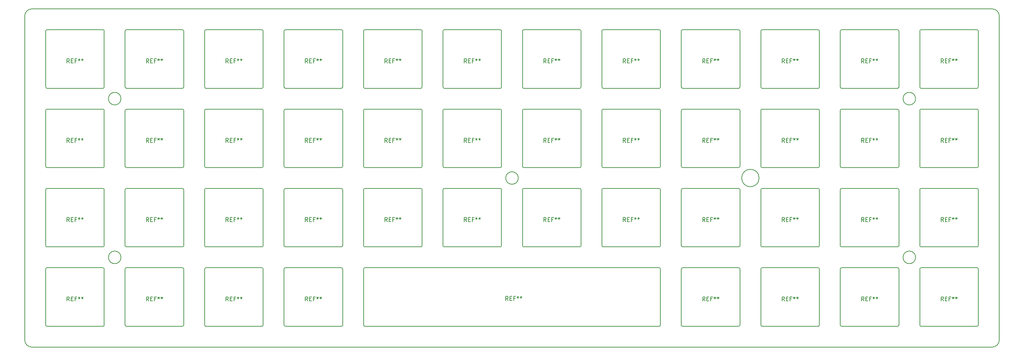
<source format=gbo>
G04 #@! TF.GenerationSoftware,KiCad,Pcbnew,5.0.1*
G04 #@! TF.CreationDate,2019-02-20T21:53:36-03:00*
G04 #@! TF.ProjectId,universal,756E6976657273616C2E6B696361645F,V3.0.7*
G04 #@! TF.SameCoordinates,Original*
G04 #@! TF.FileFunction,Legend,Bot*
G04 #@! TF.FilePolarity,Positive*
%FSLAX46Y46*%
G04 Gerber Fmt 4.6, Leading zero omitted, Abs format (unit mm)*
G04 Created by KiCad (PCBNEW 5.0.1) date Wed 20 Feb 2019 09:53:36 PM -03*
%MOMM*%
%LPD*%
G01*
G04 APERTURE LIST*
%ADD10C,0.150000*%
G04 #@! TA.AperFunction,NonConductor*
%ADD11C,0.150000*%
G04 #@! TD*
G04 APERTURE END LIST*
D10*
X207541125Y-102743000D02*
G75*
G03X207541125Y-102743000I-2078125J0D01*
G01*
X149963000Y-102743000D02*
G75*
G03X149963000Y-102743000I-1500000J0D01*
G01*
X244963000Y-83743000D02*
G75*
G03X244963000Y-83743000I-1500000J0D01*
G01*
X244963000Y-121743000D02*
G75*
G03X244963000Y-121743000I-1500000J0D01*
G01*
X54963000Y-121743000D02*
G75*
G03X54963000Y-121743000I-1500000J0D01*
G01*
X54963000Y-83743000D02*
G75*
G03X54963000Y-83743000I-1500000J0D01*
G01*
X31939170Y-64000682D02*
G75*
G02X33720426Y-62219426I1781256J0D01*
G01*
X31939170Y-64000682D02*
X31939170Y-141485318D01*
X33720426Y-143266574D02*
G75*
G02X31939170Y-141485318I0J1781256D01*
G01*
X264986830Y-141485318D02*
X264986830Y-64000682D01*
X264986830Y-141485318D02*
G75*
G02X263205574Y-143266574I-1781256J0D01*
G01*
X263205574Y-62219426D02*
G75*
G02X264986830Y-64000682I0J-1781256D01*
G01*
X33720426Y-143266574D02*
X263205574Y-143266574D01*
X33720426Y-62219426D02*
X263205574Y-62219426D01*
D11*
G04 #@! TO.C,REF\002A\002A*
X240663000Y-124243000D02*
X227263000Y-124243000D01*
X226963000Y-124543000D02*
X226963000Y-137943000D01*
X227263000Y-138243000D02*
X240663000Y-138243000D01*
X240963000Y-137943000D02*
X240963000Y-124543000D01*
X226963000Y-124543000D02*
G75*
G02X227263000Y-124243000I300000J0D01*
G01*
X240663000Y-124243000D02*
G75*
G02X240963000Y-124543000I0J-300000D01*
G01*
X240963000Y-137943000D02*
G75*
G02X240663000Y-138243000I-300000J0D01*
G01*
X227263000Y-138243000D02*
G75*
G02X226963000Y-137943000I0J300000D01*
G01*
X227263000Y-119243000D02*
G75*
G02X226963000Y-118943000I0J300000D01*
G01*
X240963000Y-118943000D02*
G75*
G02X240663000Y-119243000I-300000J0D01*
G01*
X240663000Y-105243000D02*
G75*
G02X240963000Y-105543000I0J-300000D01*
G01*
X226963000Y-105543000D02*
G75*
G02X227263000Y-105243000I300000J0D01*
G01*
X240963000Y-118943000D02*
X240963000Y-105543000D01*
X227263000Y-119243000D02*
X240663000Y-119243000D01*
X226963000Y-105543000D02*
X226963000Y-118943000D01*
X240663000Y-105243000D02*
X227263000Y-105243000D01*
X240663000Y-67243000D02*
X227263000Y-67243000D01*
X226963000Y-67543000D02*
X226963000Y-80943000D01*
X227263000Y-81243000D02*
X240663000Y-81243000D01*
X240963000Y-80943000D02*
X240963000Y-67543000D01*
X226963000Y-67543000D02*
G75*
G02X227263000Y-67243000I300000J0D01*
G01*
X240663000Y-67243000D02*
G75*
G02X240963000Y-67543000I0J-300000D01*
G01*
X240963000Y-80943000D02*
G75*
G02X240663000Y-81243000I-300000J0D01*
G01*
X227263000Y-81243000D02*
G75*
G02X226963000Y-80943000I0J300000D01*
G01*
X88663000Y-124243000D02*
X75263000Y-124243000D01*
X74963000Y-124543000D02*
X74963000Y-137943000D01*
X75263000Y-138243000D02*
X88663000Y-138243000D01*
X88963000Y-137943000D02*
X88963000Y-124543000D01*
X74963000Y-124543000D02*
G75*
G02X75263000Y-124243000I300000J0D01*
G01*
X88663000Y-124243000D02*
G75*
G02X88963000Y-124543000I0J-300000D01*
G01*
X88963000Y-137943000D02*
G75*
G02X88663000Y-138243000I-300000J0D01*
G01*
X75263000Y-138243000D02*
G75*
G02X74963000Y-137943000I0J300000D01*
G01*
X246263000Y-138243000D02*
G75*
G02X245963000Y-137943000I0J300000D01*
G01*
X259963000Y-137943000D02*
G75*
G02X259663000Y-138243000I-300000J0D01*
G01*
X259663000Y-124243000D02*
G75*
G02X259963000Y-124543000I0J-300000D01*
G01*
X245963000Y-124543000D02*
G75*
G02X246263000Y-124243000I300000J0D01*
G01*
X259963000Y-137943000D02*
X259963000Y-124543000D01*
X246263000Y-138243000D02*
X259663000Y-138243000D01*
X245963000Y-124543000D02*
X245963000Y-137943000D01*
X259663000Y-124243000D02*
X246263000Y-124243000D01*
X202663000Y-124243000D02*
X189263000Y-124243000D01*
X188963000Y-124543000D02*
X188963000Y-137943000D01*
X189263000Y-138243000D02*
X202663000Y-138243000D01*
X202963000Y-137943000D02*
X202963000Y-124543000D01*
X188963000Y-124543000D02*
G75*
G02X189263000Y-124243000I300000J0D01*
G01*
X202663000Y-124243000D02*
G75*
G02X202963000Y-124543000I0J-300000D01*
G01*
X202963000Y-137943000D02*
G75*
G02X202663000Y-138243000I-300000J0D01*
G01*
X189263000Y-138243000D02*
G75*
G02X188963000Y-137943000I0J300000D01*
G01*
X94263000Y-138243000D02*
G75*
G02X93963000Y-137943000I0J300000D01*
G01*
X107963000Y-137943000D02*
G75*
G02X107663000Y-138243000I-300000J0D01*
G01*
X107663000Y-124243000D02*
G75*
G02X107963000Y-124543000I0J-300000D01*
G01*
X93963000Y-124543000D02*
G75*
G02X94263000Y-124243000I300000J0D01*
G01*
X107963000Y-137943000D02*
X107963000Y-124543000D01*
X94263000Y-138243000D02*
X107663000Y-138243000D01*
X93963000Y-124543000D02*
X93963000Y-137943000D01*
X107663000Y-124243000D02*
X94263000Y-124243000D01*
X208263000Y-138243000D02*
G75*
G02X207963000Y-137943000I0J300000D01*
G01*
X221963000Y-137943000D02*
G75*
G02X221663000Y-138243000I-300000J0D01*
G01*
X221663000Y-124243000D02*
G75*
G02X221963000Y-124543000I0J-300000D01*
G01*
X207963000Y-124543000D02*
G75*
G02X208263000Y-124243000I300000J0D01*
G01*
X221963000Y-137943000D02*
X221963000Y-124543000D01*
X208263000Y-138243000D02*
X221663000Y-138243000D01*
X207963000Y-124543000D02*
X207963000Y-137943000D01*
X221663000Y-124243000D02*
X208263000Y-124243000D01*
X56263000Y-138243000D02*
G75*
G02X55963000Y-137943000I0J300000D01*
G01*
X69963000Y-137943000D02*
G75*
G02X69663000Y-138243000I-300000J0D01*
G01*
X69663000Y-124243000D02*
G75*
G02X69963000Y-124543000I0J-300000D01*
G01*
X55963000Y-124543000D02*
G75*
G02X56263000Y-124243000I300000J0D01*
G01*
X69963000Y-137943000D02*
X69963000Y-124543000D01*
X56263000Y-138243000D02*
X69663000Y-138243000D01*
X55963000Y-124543000D02*
X55963000Y-137943000D01*
X69663000Y-124243000D02*
X56263000Y-124243000D01*
X50663000Y-124243000D02*
X37263000Y-124243000D01*
X36963000Y-124543000D02*
X36963000Y-137943000D01*
X37263000Y-138243000D02*
X50663000Y-138243000D01*
X50963000Y-137943000D02*
X50963000Y-124543000D01*
X36963000Y-124543000D02*
G75*
G02X37263000Y-124243000I300000J0D01*
G01*
X50663000Y-124243000D02*
G75*
G02X50963000Y-124543000I0J-300000D01*
G01*
X50963000Y-137943000D02*
G75*
G02X50663000Y-138243000I-300000J0D01*
G01*
X37263000Y-138243000D02*
G75*
G02X36963000Y-137943000I0J300000D01*
G01*
X189263000Y-119243000D02*
G75*
G02X188963000Y-118943000I0J300000D01*
G01*
X202963000Y-118943000D02*
G75*
G02X202663000Y-119243000I-300000J0D01*
G01*
X202663000Y-105243000D02*
G75*
G02X202963000Y-105543000I0J-300000D01*
G01*
X188963000Y-105543000D02*
G75*
G02X189263000Y-105243000I300000J0D01*
G01*
X202963000Y-118943000D02*
X202963000Y-105543000D01*
X189263000Y-119243000D02*
X202663000Y-119243000D01*
X188963000Y-105543000D02*
X188963000Y-118943000D01*
X202663000Y-105243000D02*
X189263000Y-105243000D01*
X259663000Y-105243000D02*
X246263000Y-105243000D01*
X245963000Y-105543000D02*
X245963000Y-118943000D01*
X246263000Y-119243000D02*
X259663000Y-119243000D01*
X259963000Y-118943000D02*
X259963000Y-105543000D01*
X245963000Y-105543000D02*
G75*
G02X246263000Y-105243000I300000J0D01*
G01*
X259663000Y-105243000D02*
G75*
G02X259963000Y-105543000I0J-300000D01*
G01*
X259963000Y-118943000D02*
G75*
G02X259663000Y-119243000I-300000J0D01*
G01*
X246263000Y-119243000D02*
G75*
G02X245963000Y-118943000I0J300000D01*
G01*
X75263000Y-119243000D02*
G75*
G02X74963000Y-118943000I0J300000D01*
G01*
X88963000Y-118943000D02*
G75*
G02X88663000Y-119243000I-300000J0D01*
G01*
X88663000Y-105243000D02*
G75*
G02X88963000Y-105543000I0J-300000D01*
G01*
X74963000Y-105543000D02*
G75*
G02X75263000Y-105243000I300000J0D01*
G01*
X88963000Y-118943000D02*
X88963000Y-105543000D01*
X75263000Y-119243000D02*
X88663000Y-119243000D01*
X74963000Y-105543000D02*
X74963000Y-118943000D01*
X88663000Y-105243000D02*
X75263000Y-105243000D01*
X183663000Y-105243000D02*
X170263000Y-105243000D01*
X169963000Y-105543000D02*
X169963000Y-118943000D01*
X170263000Y-119243000D02*
X183663000Y-119243000D01*
X183963000Y-118943000D02*
X183963000Y-105543000D01*
X169963000Y-105543000D02*
G75*
G02X170263000Y-105243000I300000J0D01*
G01*
X183663000Y-105243000D02*
G75*
G02X183963000Y-105543000I0J-300000D01*
G01*
X183963000Y-118943000D02*
G75*
G02X183663000Y-119243000I-300000J0D01*
G01*
X170263000Y-119243000D02*
G75*
G02X169963000Y-118943000I0J300000D01*
G01*
X69663000Y-105243000D02*
X56263000Y-105243000D01*
X55963000Y-105543000D02*
X55963000Y-118943000D01*
X56263000Y-119243000D02*
X69663000Y-119243000D01*
X69963000Y-118943000D02*
X69963000Y-105543000D01*
X55963000Y-105543000D02*
G75*
G02X56263000Y-105243000I300000J0D01*
G01*
X69663000Y-105243000D02*
G75*
G02X69963000Y-105543000I0J-300000D01*
G01*
X69963000Y-118943000D02*
G75*
G02X69663000Y-119243000I-300000J0D01*
G01*
X56263000Y-119243000D02*
G75*
G02X55963000Y-118943000I0J300000D01*
G01*
X37263000Y-119243000D02*
G75*
G02X36963000Y-118943000I0J300000D01*
G01*
X50963000Y-118943000D02*
G75*
G02X50663000Y-119243000I-300000J0D01*
G01*
X50663000Y-105243000D02*
G75*
G02X50963000Y-105543000I0J-300000D01*
G01*
X36963000Y-105543000D02*
G75*
G02X37263000Y-105243000I300000J0D01*
G01*
X50963000Y-118943000D02*
X50963000Y-105543000D01*
X37263000Y-119243000D02*
X50663000Y-119243000D01*
X36963000Y-105543000D02*
X36963000Y-118943000D01*
X50663000Y-105243000D02*
X37263000Y-105243000D01*
X145663000Y-105243000D02*
X132263000Y-105243000D01*
X131963000Y-105543000D02*
X131963000Y-118943000D01*
X132263000Y-119243000D02*
X145663000Y-119243000D01*
X145963000Y-118943000D02*
X145963000Y-105543000D01*
X131963000Y-105543000D02*
G75*
G02X132263000Y-105243000I300000J0D01*
G01*
X145663000Y-105243000D02*
G75*
G02X145963000Y-105543000I0J-300000D01*
G01*
X145963000Y-118943000D02*
G75*
G02X145663000Y-119243000I-300000J0D01*
G01*
X132263000Y-119243000D02*
G75*
G02X131963000Y-118943000I0J300000D01*
G01*
X151263000Y-119243000D02*
G75*
G02X150963000Y-118943000I0J300000D01*
G01*
X164963000Y-118943000D02*
G75*
G02X164663000Y-119243000I-300000J0D01*
G01*
X164663000Y-105243000D02*
G75*
G02X164963000Y-105543000I0J-300000D01*
G01*
X150963000Y-105543000D02*
G75*
G02X151263000Y-105243000I300000J0D01*
G01*
X164963000Y-118943000D02*
X164963000Y-105543000D01*
X151263000Y-119243000D02*
X164663000Y-119243000D01*
X150963000Y-105543000D02*
X150963000Y-118943000D01*
X164663000Y-105243000D02*
X151263000Y-105243000D01*
X107663000Y-105243000D02*
X94263000Y-105243000D01*
X93963000Y-105543000D02*
X93963000Y-118943000D01*
X94263000Y-119243000D02*
X107663000Y-119243000D01*
X107963000Y-118943000D02*
X107963000Y-105543000D01*
X93963000Y-105543000D02*
G75*
G02X94263000Y-105243000I300000J0D01*
G01*
X107663000Y-105243000D02*
G75*
G02X107963000Y-105543000I0J-300000D01*
G01*
X107963000Y-118943000D02*
G75*
G02X107663000Y-119243000I-300000J0D01*
G01*
X94263000Y-119243000D02*
G75*
G02X93963000Y-118943000I0J300000D01*
G01*
X221663000Y-105243000D02*
X208263000Y-105243000D01*
X207963000Y-105543000D02*
X207963000Y-118943000D01*
X208263000Y-119243000D02*
X221663000Y-119243000D01*
X221963000Y-118943000D02*
X221963000Y-105543000D01*
X207963000Y-105543000D02*
G75*
G02X208263000Y-105243000I300000J0D01*
G01*
X221663000Y-105243000D02*
G75*
G02X221963000Y-105543000I0J-300000D01*
G01*
X221963000Y-118943000D02*
G75*
G02X221663000Y-119243000I-300000J0D01*
G01*
X208263000Y-119243000D02*
G75*
G02X207963000Y-118943000I0J300000D01*
G01*
X113263000Y-119243000D02*
G75*
G02X112963000Y-118943000I0J300000D01*
G01*
X126963000Y-118943000D02*
G75*
G02X126663000Y-119243000I-300000J0D01*
G01*
X126663000Y-105243000D02*
G75*
G02X126963000Y-105543000I0J-300000D01*
G01*
X112963000Y-105543000D02*
G75*
G02X113263000Y-105243000I300000J0D01*
G01*
X126963000Y-118943000D02*
X126963000Y-105543000D01*
X113263000Y-119243000D02*
X126663000Y-119243000D01*
X112963000Y-105543000D02*
X112963000Y-118943000D01*
X126663000Y-105243000D02*
X113263000Y-105243000D01*
X126663000Y-67243000D02*
X113263000Y-67243000D01*
X112963000Y-67543000D02*
X112963000Y-80943000D01*
X113263000Y-81243000D02*
X126663000Y-81243000D01*
X126963000Y-80943000D02*
X126963000Y-67543000D01*
X112963000Y-67543000D02*
G75*
G02X113263000Y-67243000I300000J0D01*
G01*
X126663000Y-67243000D02*
G75*
G02X126963000Y-67543000I0J-300000D01*
G01*
X126963000Y-80943000D02*
G75*
G02X126663000Y-81243000I-300000J0D01*
G01*
X113263000Y-81243000D02*
G75*
G02X112963000Y-80943000I0J300000D01*
G01*
X164663000Y-67243000D02*
X151263000Y-67243000D01*
X150963000Y-67543000D02*
X150963000Y-80943000D01*
X151263000Y-81243000D02*
X164663000Y-81243000D01*
X164963000Y-80943000D02*
X164963000Y-67543000D01*
X150963000Y-67543000D02*
G75*
G02X151263000Y-67243000I300000J0D01*
G01*
X164663000Y-67243000D02*
G75*
G02X164963000Y-67543000I0J-300000D01*
G01*
X164963000Y-80943000D02*
G75*
G02X164663000Y-81243000I-300000J0D01*
G01*
X151263000Y-81243000D02*
G75*
G02X150963000Y-80943000I0J300000D01*
G01*
X132263000Y-81243000D02*
G75*
G02X131963000Y-80943000I0J300000D01*
G01*
X145963000Y-80943000D02*
G75*
G02X145663000Y-81243000I-300000J0D01*
G01*
X145663000Y-67243000D02*
G75*
G02X145963000Y-67543000I0J-300000D01*
G01*
X131963000Y-67543000D02*
G75*
G02X132263000Y-67243000I300000J0D01*
G01*
X145963000Y-80943000D02*
X145963000Y-67543000D01*
X132263000Y-81243000D02*
X145663000Y-81243000D01*
X131963000Y-67543000D02*
X131963000Y-80943000D01*
X145663000Y-67243000D02*
X132263000Y-67243000D01*
X94263000Y-81243000D02*
G75*
G02X93963000Y-80943000I0J300000D01*
G01*
X107963000Y-80943000D02*
G75*
G02X107663000Y-81243000I-300000J0D01*
G01*
X107663000Y-67243000D02*
G75*
G02X107963000Y-67543000I0J-300000D01*
G01*
X93963000Y-67543000D02*
G75*
G02X94263000Y-67243000I300000J0D01*
G01*
X107963000Y-80943000D02*
X107963000Y-67543000D01*
X94263000Y-81243000D02*
X107663000Y-81243000D01*
X93963000Y-67543000D02*
X93963000Y-80943000D01*
X107663000Y-67243000D02*
X94263000Y-67243000D01*
X202663000Y-67243000D02*
X189263000Y-67243000D01*
X188963000Y-67543000D02*
X188963000Y-80943000D01*
X189263000Y-81243000D02*
X202663000Y-81243000D01*
X202963000Y-80943000D02*
X202963000Y-67543000D01*
X188963000Y-67543000D02*
G75*
G02X189263000Y-67243000I300000J0D01*
G01*
X202663000Y-67243000D02*
G75*
G02X202963000Y-67543000I0J-300000D01*
G01*
X202963000Y-80943000D02*
G75*
G02X202663000Y-81243000I-300000J0D01*
G01*
X189263000Y-81243000D02*
G75*
G02X188963000Y-80943000I0J300000D01*
G01*
X170263000Y-81243000D02*
G75*
G02X169963000Y-80943000I0J300000D01*
G01*
X183963000Y-80943000D02*
G75*
G02X183663000Y-81243000I-300000J0D01*
G01*
X183663000Y-67243000D02*
G75*
G02X183963000Y-67543000I0J-300000D01*
G01*
X169963000Y-67543000D02*
G75*
G02X170263000Y-67243000I300000J0D01*
G01*
X183963000Y-80943000D02*
X183963000Y-67543000D01*
X170263000Y-81243000D02*
X183663000Y-81243000D01*
X169963000Y-67543000D02*
X169963000Y-80943000D01*
X183663000Y-67243000D02*
X170263000Y-67243000D01*
X246263000Y-81243000D02*
G75*
G02X245963000Y-80943000I0J300000D01*
G01*
X259963000Y-80943000D02*
G75*
G02X259663000Y-81243000I-300000J0D01*
G01*
X259663000Y-67243000D02*
G75*
G02X259963000Y-67543000I0J-300000D01*
G01*
X245963000Y-67543000D02*
G75*
G02X246263000Y-67243000I300000J0D01*
G01*
X259963000Y-80943000D02*
X259963000Y-67543000D01*
X246263000Y-81243000D02*
X259663000Y-81243000D01*
X245963000Y-67543000D02*
X245963000Y-80943000D01*
X259663000Y-67243000D02*
X246263000Y-67243000D01*
X88663000Y-67243000D02*
X75263000Y-67243000D01*
X74963000Y-67543000D02*
X74963000Y-80943000D01*
X75263000Y-81243000D02*
X88663000Y-81243000D01*
X88963000Y-80943000D02*
X88963000Y-67543000D01*
X74963000Y-67543000D02*
G75*
G02X75263000Y-67243000I300000J0D01*
G01*
X88663000Y-67243000D02*
G75*
G02X88963000Y-67543000I0J-300000D01*
G01*
X88963000Y-80943000D02*
G75*
G02X88663000Y-81243000I-300000J0D01*
G01*
X75263000Y-81243000D02*
G75*
G02X74963000Y-80943000I0J300000D01*
G01*
X56263000Y-81243000D02*
G75*
G02X55963000Y-80943000I0J300000D01*
G01*
X69963000Y-80943000D02*
G75*
G02X69663000Y-81243000I-300000J0D01*
G01*
X69663000Y-67243000D02*
G75*
G02X69963000Y-67543000I0J-300000D01*
G01*
X55963000Y-67543000D02*
G75*
G02X56263000Y-67243000I300000J0D01*
G01*
X69963000Y-80943000D02*
X69963000Y-67543000D01*
X56263000Y-81243000D02*
X69663000Y-81243000D01*
X55963000Y-67543000D02*
X55963000Y-80943000D01*
X69663000Y-67243000D02*
X56263000Y-67243000D01*
X208263000Y-81243000D02*
G75*
G02X207963000Y-80943000I0J300000D01*
G01*
X221963000Y-80943000D02*
G75*
G02X221663000Y-81243000I-300000J0D01*
G01*
X221663000Y-67243000D02*
G75*
G02X221963000Y-67543000I0J-300000D01*
G01*
X207963000Y-67543000D02*
G75*
G02X208263000Y-67243000I300000J0D01*
G01*
X221963000Y-80943000D02*
X221963000Y-67543000D01*
X208263000Y-81243000D02*
X221663000Y-81243000D01*
X207963000Y-67543000D02*
X207963000Y-80943000D01*
X221663000Y-67243000D02*
X208263000Y-67243000D01*
X50663000Y-67243000D02*
X37263000Y-67243000D01*
X36963000Y-67543000D02*
X36963000Y-80943000D01*
X37263000Y-81243000D02*
X50663000Y-81243000D01*
X50963000Y-80943000D02*
X50963000Y-67543000D01*
X36963000Y-67543000D02*
G75*
G02X37263000Y-67243000I300000J0D01*
G01*
X50663000Y-67243000D02*
G75*
G02X50963000Y-67543000I0J-300000D01*
G01*
X50963000Y-80943000D02*
G75*
G02X50663000Y-81243000I-300000J0D01*
G01*
X37263000Y-81243000D02*
G75*
G02X36963000Y-80943000I0J300000D01*
G01*
X259663000Y-86243000D02*
X246263000Y-86243000D01*
X245963000Y-86543000D02*
X245963000Y-99943000D01*
X246263000Y-100243000D02*
X259663000Y-100243000D01*
X259963000Y-99943000D02*
X259963000Y-86543000D01*
X245963000Y-86543000D02*
G75*
G02X246263000Y-86243000I300000J0D01*
G01*
X259663000Y-86243000D02*
G75*
G02X259963000Y-86543000I0J-300000D01*
G01*
X259963000Y-99943000D02*
G75*
G02X259663000Y-100243000I-300000J0D01*
G01*
X246263000Y-100243000D02*
G75*
G02X245963000Y-99943000I0J300000D01*
G01*
X227263000Y-100243000D02*
G75*
G02X226963000Y-99943000I0J300000D01*
G01*
X240963000Y-99943000D02*
G75*
G02X240663000Y-100243000I-300000J0D01*
G01*
X240663000Y-86243000D02*
G75*
G02X240963000Y-86543000I0J-300000D01*
G01*
X226963000Y-86543000D02*
G75*
G02X227263000Y-86243000I300000J0D01*
G01*
X240963000Y-99943000D02*
X240963000Y-86543000D01*
X227263000Y-100243000D02*
X240663000Y-100243000D01*
X226963000Y-86543000D02*
X226963000Y-99943000D01*
X240663000Y-86243000D02*
X227263000Y-86243000D01*
X221663000Y-86243000D02*
X208263000Y-86243000D01*
X207963000Y-86543000D02*
X207963000Y-99943000D01*
X208263000Y-100243000D02*
X221663000Y-100243000D01*
X221963000Y-99943000D02*
X221963000Y-86543000D01*
X207963000Y-86543000D02*
G75*
G02X208263000Y-86243000I300000J0D01*
G01*
X221663000Y-86243000D02*
G75*
G02X221963000Y-86543000I0J-300000D01*
G01*
X221963000Y-99943000D02*
G75*
G02X221663000Y-100243000I-300000J0D01*
G01*
X208263000Y-100243000D02*
G75*
G02X207963000Y-99943000I0J300000D01*
G01*
X189263000Y-100243000D02*
G75*
G02X188963000Y-99943000I0J300000D01*
G01*
X202963000Y-99943000D02*
G75*
G02X202663000Y-100243000I-300000J0D01*
G01*
X202663000Y-86243000D02*
G75*
G02X202963000Y-86543000I0J-300000D01*
G01*
X188963000Y-86543000D02*
G75*
G02X189263000Y-86243000I300000J0D01*
G01*
X202963000Y-99943000D02*
X202963000Y-86543000D01*
X189263000Y-100243000D02*
X202663000Y-100243000D01*
X188963000Y-86543000D02*
X188963000Y-99943000D01*
X202663000Y-86243000D02*
X189263000Y-86243000D01*
X183663000Y-86243000D02*
X170263000Y-86243000D01*
X169963000Y-86543000D02*
X169963000Y-99943000D01*
X170263000Y-100243000D02*
X183663000Y-100243000D01*
X183963000Y-99943000D02*
X183963000Y-86543000D01*
X169963000Y-86543000D02*
G75*
G02X170263000Y-86243000I300000J0D01*
G01*
X183663000Y-86243000D02*
G75*
G02X183963000Y-86543000I0J-300000D01*
G01*
X183963000Y-99943000D02*
G75*
G02X183663000Y-100243000I-300000J0D01*
G01*
X170263000Y-100243000D02*
G75*
G02X169963000Y-99943000I0J300000D01*
G01*
X37263000Y-100243000D02*
G75*
G02X36963000Y-99943000I0J300000D01*
G01*
X50963000Y-99943000D02*
G75*
G02X50663000Y-100243000I-300000J0D01*
G01*
X50663000Y-86243000D02*
G75*
G02X50963000Y-86543000I0J-300000D01*
G01*
X36963000Y-86543000D02*
G75*
G02X37263000Y-86243000I300000J0D01*
G01*
X50963000Y-99943000D02*
X50963000Y-86543000D01*
X37263000Y-100243000D02*
X50663000Y-100243000D01*
X36963000Y-86543000D02*
X36963000Y-99943000D01*
X50663000Y-86243000D02*
X37263000Y-86243000D01*
X69663000Y-86243000D02*
X56263000Y-86243000D01*
X55963000Y-86543000D02*
X55963000Y-99943000D01*
X56263000Y-100243000D02*
X69663000Y-100243000D01*
X69963000Y-99943000D02*
X69963000Y-86543000D01*
X55963000Y-86543000D02*
G75*
G02X56263000Y-86243000I300000J0D01*
G01*
X69663000Y-86243000D02*
G75*
G02X69963000Y-86543000I0J-300000D01*
G01*
X69963000Y-99943000D02*
G75*
G02X69663000Y-100243000I-300000J0D01*
G01*
X56263000Y-100243000D02*
G75*
G02X55963000Y-99943000I0J300000D01*
G01*
X75263000Y-100243000D02*
G75*
G02X74963000Y-99943000I0J300000D01*
G01*
X88963000Y-99943000D02*
G75*
G02X88663000Y-100243000I-300000J0D01*
G01*
X88663000Y-86243000D02*
G75*
G02X88963000Y-86543000I0J-300000D01*
G01*
X74963000Y-86543000D02*
G75*
G02X75263000Y-86243000I300000J0D01*
G01*
X88963000Y-99943000D02*
X88963000Y-86543000D01*
X75263000Y-100243000D02*
X88663000Y-100243000D01*
X74963000Y-86543000D02*
X74963000Y-99943000D01*
X88663000Y-86243000D02*
X75263000Y-86243000D01*
X107663000Y-86243000D02*
X94263000Y-86243000D01*
X93963000Y-86543000D02*
X93963000Y-99943000D01*
X94263000Y-100243000D02*
X107663000Y-100243000D01*
X107963000Y-99943000D02*
X107963000Y-86543000D01*
X93963000Y-86543000D02*
G75*
G02X94263000Y-86243000I300000J0D01*
G01*
X107663000Y-86243000D02*
G75*
G02X107963000Y-86543000I0J-300000D01*
G01*
X107963000Y-99943000D02*
G75*
G02X107663000Y-100243000I-300000J0D01*
G01*
X94263000Y-100243000D02*
G75*
G02X93963000Y-99943000I0J300000D01*
G01*
X113263000Y-100243000D02*
G75*
G02X112963000Y-99943000I0J300000D01*
G01*
X126963000Y-99943000D02*
G75*
G02X126663000Y-100243000I-300000J0D01*
G01*
X126663000Y-86243000D02*
G75*
G02X126963000Y-86543000I0J-300000D01*
G01*
X112963000Y-86543000D02*
G75*
G02X113263000Y-86243000I300000J0D01*
G01*
X126963000Y-99943000D02*
X126963000Y-86543000D01*
X113263000Y-100243000D02*
X126663000Y-100243000D01*
X112963000Y-86543000D02*
X112963000Y-99943000D01*
X126663000Y-86243000D02*
X113263000Y-86243000D01*
X145663000Y-86243000D02*
X132263000Y-86243000D01*
X131963000Y-86543000D02*
X131963000Y-99943000D01*
X132263000Y-100243000D02*
X145663000Y-100243000D01*
X145963000Y-99943000D02*
X145963000Y-86543000D01*
X131963000Y-86543000D02*
G75*
G02X132263000Y-86243000I300000J0D01*
G01*
X145663000Y-86243000D02*
G75*
G02X145963000Y-86543000I0J-300000D01*
G01*
X145963000Y-99943000D02*
G75*
G02X145663000Y-100243000I-300000J0D01*
G01*
X132263000Y-100243000D02*
G75*
G02X131963000Y-99943000I0J300000D01*
G01*
X151263000Y-100243000D02*
G75*
G02X150963000Y-99943000I0J300000D01*
G01*
X164963000Y-99943000D02*
G75*
G02X164663000Y-100243000I-300000J0D01*
G01*
X164663000Y-86243000D02*
G75*
G02X164963000Y-86543000I0J-300000D01*
G01*
X150963000Y-86543000D02*
G75*
G02X151263000Y-86243000I300000J0D01*
G01*
X164963000Y-99943000D02*
X164963000Y-86543000D01*
X151263000Y-100243000D02*
X164663000Y-100243000D01*
X150963000Y-86543000D02*
X150963000Y-99943000D01*
X164663000Y-86243000D02*
X151263000Y-86243000D01*
X183663000Y-138243000D02*
X113263000Y-138243000D01*
X183963000Y-137943000D02*
G75*
G02X183663000Y-138243000I-300000J0D01*
G01*
X183663000Y-124243000D02*
G75*
G02X183963000Y-124543000I0J-300000D01*
G01*
X183963000Y-137943000D02*
X183963000Y-124543000D01*
X183663000Y-124243000D02*
X113263000Y-124243000D01*
X113263000Y-138243000D02*
G75*
G02X112963000Y-137943000I0J300000D01*
G01*
X112963000Y-124543000D02*
X112963000Y-137943000D01*
X112963000Y-124543000D02*
G75*
G02X113263000Y-124243000I300000J0D01*
G01*
G04 #@! TD*
G04 #@! TO.C,REF\002A\002A*
D10*
X232629666Y-132195380D02*
X232296333Y-131719190D01*
X232058238Y-132195380D02*
X232058238Y-131195380D01*
X232439190Y-131195380D01*
X232534428Y-131243000D01*
X232582047Y-131290619D01*
X232629666Y-131385857D01*
X232629666Y-131528714D01*
X232582047Y-131623952D01*
X232534428Y-131671571D01*
X232439190Y-131719190D01*
X232058238Y-131719190D01*
X233058238Y-131671571D02*
X233391571Y-131671571D01*
X233534428Y-132195380D02*
X233058238Y-132195380D01*
X233058238Y-131195380D01*
X233534428Y-131195380D01*
X234296333Y-131671571D02*
X233963000Y-131671571D01*
X233963000Y-132195380D02*
X233963000Y-131195380D01*
X234439190Y-131195380D01*
X234963000Y-131195380D02*
X234963000Y-131433476D01*
X234724904Y-131338238D02*
X234963000Y-131433476D01*
X235201095Y-131338238D01*
X234820142Y-131623952D02*
X234963000Y-131433476D01*
X235105857Y-131623952D01*
X235724904Y-131195380D02*
X235724904Y-131433476D01*
X235486809Y-131338238D02*
X235724904Y-131433476D01*
X235963000Y-131338238D01*
X235582047Y-131623952D02*
X235724904Y-131433476D01*
X235867761Y-131623952D01*
X232629666Y-113195380D02*
X232296333Y-112719190D01*
X232058238Y-113195380D02*
X232058238Y-112195380D01*
X232439190Y-112195380D01*
X232534428Y-112243000D01*
X232582047Y-112290619D01*
X232629666Y-112385857D01*
X232629666Y-112528714D01*
X232582047Y-112623952D01*
X232534428Y-112671571D01*
X232439190Y-112719190D01*
X232058238Y-112719190D01*
X233058238Y-112671571D02*
X233391571Y-112671571D01*
X233534428Y-113195380D02*
X233058238Y-113195380D01*
X233058238Y-112195380D01*
X233534428Y-112195380D01*
X234296333Y-112671571D02*
X233963000Y-112671571D01*
X233963000Y-113195380D02*
X233963000Y-112195380D01*
X234439190Y-112195380D01*
X234963000Y-112195380D02*
X234963000Y-112433476D01*
X234724904Y-112338238D02*
X234963000Y-112433476D01*
X235201095Y-112338238D01*
X234820142Y-112623952D02*
X234963000Y-112433476D01*
X235105857Y-112623952D01*
X235724904Y-112195380D02*
X235724904Y-112433476D01*
X235486809Y-112338238D02*
X235724904Y-112433476D01*
X235963000Y-112338238D01*
X235582047Y-112623952D02*
X235724904Y-112433476D01*
X235867761Y-112623952D01*
X232629666Y-75195380D02*
X232296333Y-74719190D01*
X232058238Y-75195380D02*
X232058238Y-74195380D01*
X232439190Y-74195380D01*
X232534428Y-74243000D01*
X232582047Y-74290619D01*
X232629666Y-74385857D01*
X232629666Y-74528714D01*
X232582047Y-74623952D01*
X232534428Y-74671571D01*
X232439190Y-74719190D01*
X232058238Y-74719190D01*
X233058238Y-74671571D02*
X233391571Y-74671571D01*
X233534428Y-75195380D02*
X233058238Y-75195380D01*
X233058238Y-74195380D01*
X233534428Y-74195380D01*
X234296333Y-74671571D02*
X233963000Y-74671571D01*
X233963000Y-75195380D02*
X233963000Y-74195380D01*
X234439190Y-74195380D01*
X234963000Y-74195380D02*
X234963000Y-74433476D01*
X234724904Y-74338238D02*
X234963000Y-74433476D01*
X235201095Y-74338238D01*
X234820142Y-74623952D02*
X234963000Y-74433476D01*
X235105857Y-74623952D01*
X235724904Y-74195380D02*
X235724904Y-74433476D01*
X235486809Y-74338238D02*
X235724904Y-74433476D01*
X235963000Y-74338238D01*
X235582047Y-74623952D02*
X235724904Y-74433476D01*
X235867761Y-74623952D01*
X80629666Y-132195380D02*
X80296333Y-131719190D01*
X80058238Y-132195380D02*
X80058238Y-131195380D01*
X80439190Y-131195380D01*
X80534428Y-131243000D01*
X80582047Y-131290619D01*
X80629666Y-131385857D01*
X80629666Y-131528714D01*
X80582047Y-131623952D01*
X80534428Y-131671571D01*
X80439190Y-131719190D01*
X80058238Y-131719190D01*
X81058238Y-131671571D02*
X81391571Y-131671571D01*
X81534428Y-132195380D02*
X81058238Y-132195380D01*
X81058238Y-131195380D01*
X81534428Y-131195380D01*
X82296333Y-131671571D02*
X81963000Y-131671571D01*
X81963000Y-132195380D02*
X81963000Y-131195380D01*
X82439190Y-131195380D01*
X82963000Y-131195380D02*
X82963000Y-131433476D01*
X82724904Y-131338238D02*
X82963000Y-131433476D01*
X83201095Y-131338238D01*
X82820142Y-131623952D02*
X82963000Y-131433476D01*
X83105857Y-131623952D01*
X83724904Y-131195380D02*
X83724904Y-131433476D01*
X83486809Y-131338238D02*
X83724904Y-131433476D01*
X83963000Y-131338238D01*
X83582047Y-131623952D02*
X83724904Y-131433476D01*
X83867761Y-131623952D01*
X251629666Y-132195380D02*
X251296333Y-131719190D01*
X251058238Y-132195380D02*
X251058238Y-131195380D01*
X251439190Y-131195380D01*
X251534428Y-131243000D01*
X251582047Y-131290619D01*
X251629666Y-131385857D01*
X251629666Y-131528714D01*
X251582047Y-131623952D01*
X251534428Y-131671571D01*
X251439190Y-131719190D01*
X251058238Y-131719190D01*
X252058238Y-131671571D02*
X252391571Y-131671571D01*
X252534428Y-132195380D02*
X252058238Y-132195380D01*
X252058238Y-131195380D01*
X252534428Y-131195380D01*
X253296333Y-131671571D02*
X252963000Y-131671571D01*
X252963000Y-132195380D02*
X252963000Y-131195380D01*
X253439190Y-131195380D01*
X253963000Y-131195380D02*
X253963000Y-131433476D01*
X253724904Y-131338238D02*
X253963000Y-131433476D01*
X254201095Y-131338238D01*
X253820142Y-131623952D02*
X253963000Y-131433476D01*
X254105857Y-131623952D01*
X254724904Y-131195380D02*
X254724904Y-131433476D01*
X254486809Y-131338238D02*
X254724904Y-131433476D01*
X254963000Y-131338238D01*
X254582047Y-131623952D02*
X254724904Y-131433476D01*
X254867761Y-131623952D01*
X194629666Y-132195380D02*
X194296333Y-131719190D01*
X194058238Y-132195380D02*
X194058238Y-131195380D01*
X194439190Y-131195380D01*
X194534428Y-131243000D01*
X194582047Y-131290619D01*
X194629666Y-131385857D01*
X194629666Y-131528714D01*
X194582047Y-131623952D01*
X194534428Y-131671571D01*
X194439190Y-131719190D01*
X194058238Y-131719190D01*
X195058238Y-131671571D02*
X195391571Y-131671571D01*
X195534428Y-132195380D02*
X195058238Y-132195380D01*
X195058238Y-131195380D01*
X195534428Y-131195380D01*
X196296333Y-131671571D02*
X195963000Y-131671571D01*
X195963000Y-132195380D02*
X195963000Y-131195380D01*
X196439190Y-131195380D01*
X196963000Y-131195380D02*
X196963000Y-131433476D01*
X196724904Y-131338238D02*
X196963000Y-131433476D01*
X197201095Y-131338238D01*
X196820142Y-131623952D02*
X196963000Y-131433476D01*
X197105857Y-131623952D01*
X197724904Y-131195380D02*
X197724904Y-131433476D01*
X197486809Y-131338238D02*
X197724904Y-131433476D01*
X197963000Y-131338238D01*
X197582047Y-131623952D02*
X197724904Y-131433476D01*
X197867761Y-131623952D01*
X99629666Y-132195380D02*
X99296333Y-131719190D01*
X99058238Y-132195380D02*
X99058238Y-131195380D01*
X99439190Y-131195380D01*
X99534428Y-131243000D01*
X99582047Y-131290619D01*
X99629666Y-131385857D01*
X99629666Y-131528714D01*
X99582047Y-131623952D01*
X99534428Y-131671571D01*
X99439190Y-131719190D01*
X99058238Y-131719190D01*
X100058238Y-131671571D02*
X100391571Y-131671571D01*
X100534428Y-132195380D02*
X100058238Y-132195380D01*
X100058238Y-131195380D01*
X100534428Y-131195380D01*
X101296333Y-131671571D02*
X100963000Y-131671571D01*
X100963000Y-132195380D02*
X100963000Y-131195380D01*
X101439190Y-131195380D01*
X101963000Y-131195380D02*
X101963000Y-131433476D01*
X101724904Y-131338238D02*
X101963000Y-131433476D01*
X102201095Y-131338238D01*
X101820142Y-131623952D02*
X101963000Y-131433476D01*
X102105857Y-131623952D01*
X102724904Y-131195380D02*
X102724904Y-131433476D01*
X102486809Y-131338238D02*
X102724904Y-131433476D01*
X102963000Y-131338238D01*
X102582047Y-131623952D02*
X102724904Y-131433476D01*
X102867761Y-131623952D01*
X213629666Y-132195380D02*
X213296333Y-131719190D01*
X213058238Y-132195380D02*
X213058238Y-131195380D01*
X213439190Y-131195380D01*
X213534428Y-131243000D01*
X213582047Y-131290619D01*
X213629666Y-131385857D01*
X213629666Y-131528714D01*
X213582047Y-131623952D01*
X213534428Y-131671571D01*
X213439190Y-131719190D01*
X213058238Y-131719190D01*
X214058238Y-131671571D02*
X214391571Y-131671571D01*
X214534428Y-132195380D02*
X214058238Y-132195380D01*
X214058238Y-131195380D01*
X214534428Y-131195380D01*
X215296333Y-131671571D02*
X214963000Y-131671571D01*
X214963000Y-132195380D02*
X214963000Y-131195380D01*
X215439190Y-131195380D01*
X215963000Y-131195380D02*
X215963000Y-131433476D01*
X215724904Y-131338238D02*
X215963000Y-131433476D01*
X216201095Y-131338238D01*
X215820142Y-131623952D02*
X215963000Y-131433476D01*
X216105857Y-131623952D01*
X216724904Y-131195380D02*
X216724904Y-131433476D01*
X216486809Y-131338238D02*
X216724904Y-131433476D01*
X216963000Y-131338238D01*
X216582047Y-131623952D02*
X216724904Y-131433476D01*
X216867761Y-131623952D01*
X61629666Y-132195380D02*
X61296333Y-131719190D01*
X61058238Y-132195380D02*
X61058238Y-131195380D01*
X61439190Y-131195380D01*
X61534428Y-131243000D01*
X61582047Y-131290619D01*
X61629666Y-131385857D01*
X61629666Y-131528714D01*
X61582047Y-131623952D01*
X61534428Y-131671571D01*
X61439190Y-131719190D01*
X61058238Y-131719190D01*
X62058238Y-131671571D02*
X62391571Y-131671571D01*
X62534428Y-132195380D02*
X62058238Y-132195380D01*
X62058238Y-131195380D01*
X62534428Y-131195380D01*
X63296333Y-131671571D02*
X62963000Y-131671571D01*
X62963000Y-132195380D02*
X62963000Y-131195380D01*
X63439190Y-131195380D01*
X63963000Y-131195380D02*
X63963000Y-131433476D01*
X63724904Y-131338238D02*
X63963000Y-131433476D01*
X64201095Y-131338238D01*
X63820142Y-131623952D02*
X63963000Y-131433476D01*
X64105857Y-131623952D01*
X64724904Y-131195380D02*
X64724904Y-131433476D01*
X64486809Y-131338238D02*
X64724904Y-131433476D01*
X64963000Y-131338238D01*
X64582047Y-131623952D02*
X64724904Y-131433476D01*
X64867761Y-131623952D01*
X42629666Y-132195380D02*
X42296333Y-131719190D01*
X42058238Y-132195380D02*
X42058238Y-131195380D01*
X42439190Y-131195380D01*
X42534428Y-131243000D01*
X42582047Y-131290619D01*
X42629666Y-131385857D01*
X42629666Y-131528714D01*
X42582047Y-131623952D01*
X42534428Y-131671571D01*
X42439190Y-131719190D01*
X42058238Y-131719190D01*
X43058238Y-131671571D02*
X43391571Y-131671571D01*
X43534428Y-132195380D02*
X43058238Y-132195380D01*
X43058238Y-131195380D01*
X43534428Y-131195380D01*
X44296333Y-131671571D02*
X43963000Y-131671571D01*
X43963000Y-132195380D02*
X43963000Y-131195380D01*
X44439190Y-131195380D01*
X44963000Y-131195380D02*
X44963000Y-131433476D01*
X44724904Y-131338238D02*
X44963000Y-131433476D01*
X45201095Y-131338238D01*
X44820142Y-131623952D02*
X44963000Y-131433476D01*
X45105857Y-131623952D01*
X45724904Y-131195380D02*
X45724904Y-131433476D01*
X45486809Y-131338238D02*
X45724904Y-131433476D01*
X45963000Y-131338238D01*
X45582047Y-131623952D02*
X45724904Y-131433476D01*
X45867761Y-131623952D01*
X194629666Y-113195380D02*
X194296333Y-112719190D01*
X194058238Y-113195380D02*
X194058238Y-112195380D01*
X194439190Y-112195380D01*
X194534428Y-112243000D01*
X194582047Y-112290619D01*
X194629666Y-112385857D01*
X194629666Y-112528714D01*
X194582047Y-112623952D01*
X194534428Y-112671571D01*
X194439190Y-112719190D01*
X194058238Y-112719190D01*
X195058238Y-112671571D02*
X195391571Y-112671571D01*
X195534428Y-113195380D02*
X195058238Y-113195380D01*
X195058238Y-112195380D01*
X195534428Y-112195380D01*
X196296333Y-112671571D02*
X195963000Y-112671571D01*
X195963000Y-113195380D02*
X195963000Y-112195380D01*
X196439190Y-112195380D01*
X196963000Y-112195380D02*
X196963000Y-112433476D01*
X196724904Y-112338238D02*
X196963000Y-112433476D01*
X197201095Y-112338238D01*
X196820142Y-112623952D02*
X196963000Y-112433476D01*
X197105857Y-112623952D01*
X197724904Y-112195380D02*
X197724904Y-112433476D01*
X197486809Y-112338238D02*
X197724904Y-112433476D01*
X197963000Y-112338238D01*
X197582047Y-112623952D02*
X197724904Y-112433476D01*
X197867761Y-112623952D01*
X251629666Y-113195380D02*
X251296333Y-112719190D01*
X251058238Y-113195380D02*
X251058238Y-112195380D01*
X251439190Y-112195380D01*
X251534428Y-112243000D01*
X251582047Y-112290619D01*
X251629666Y-112385857D01*
X251629666Y-112528714D01*
X251582047Y-112623952D01*
X251534428Y-112671571D01*
X251439190Y-112719190D01*
X251058238Y-112719190D01*
X252058238Y-112671571D02*
X252391571Y-112671571D01*
X252534428Y-113195380D02*
X252058238Y-113195380D01*
X252058238Y-112195380D01*
X252534428Y-112195380D01*
X253296333Y-112671571D02*
X252963000Y-112671571D01*
X252963000Y-113195380D02*
X252963000Y-112195380D01*
X253439190Y-112195380D01*
X253963000Y-112195380D02*
X253963000Y-112433476D01*
X253724904Y-112338238D02*
X253963000Y-112433476D01*
X254201095Y-112338238D01*
X253820142Y-112623952D02*
X253963000Y-112433476D01*
X254105857Y-112623952D01*
X254724904Y-112195380D02*
X254724904Y-112433476D01*
X254486809Y-112338238D02*
X254724904Y-112433476D01*
X254963000Y-112338238D01*
X254582047Y-112623952D02*
X254724904Y-112433476D01*
X254867761Y-112623952D01*
X80629666Y-113195380D02*
X80296333Y-112719190D01*
X80058238Y-113195380D02*
X80058238Y-112195380D01*
X80439190Y-112195380D01*
X80534428Y-112243000D01*
X80582047Y-112290619D01*
X80629666Y-112385857D01*
X80629666Y-112528714D01*
X80582047Y-112623952D01*
X80534428Y-112671571D01*
X80439190Y-112719190D01*
X80058238Y-112719190D01*
X81058238Y-112671571D02*
X81391571Y-112671571D01*
X81534428Y-113195380D02*
X81058238Y-113195380D01*
X81058238Y-112195380D01*
X81534428Y-112195380D01*
X82296333Y-112671571D02*
X81963000Y-112671571D01*
X81963000Y-113195380D02*
X81963000Y-112195380D01*
X82439190Y-112195380D01*
X82963000Y-112195380D02*
X82963000Y-112433476D01*
X82724904Y-112338238D02*
X82963000Y-112433476D01*
X83201095Y-112338238D01*
X82820142Y-112623952D02*
X82963000Y-112433476D01*
X83105857Y-112623952D01*
X83724904Y-112195380D02*
X83724904Y-112433476D01*
X83486809Y-112338238D02*
X83724904Y-112433476D01*
X83963000Y-112338238D01*
X83582047Y-112623952D02*
X83724904Y-112433476D01*
X83867761Y-112623952D01*
X175629666Y-113195380D02*
X175296333Y-112719190D01*
X175058238Y-113195380D02*
X175058238Y-112195380D01*
X175439190Y-112195380D01*
X175534428Y-112243000D01*
X175582047Y-112290619D01*
X175629666Y-112385857D01*
X175629666Y-112528714D01*
X175582047Y-112623952D01*
X175534428Y-112671571D01*
X175439190Y-112719190D01*
X175058238Y-112719190D01*
X176058238Y-112671571D02*
X176391571Y-112671571D01*
X176534428Y-113195380D02*
X176058238Y-113195380D01*
X176058238Y-112195380D01*
X176534428Y-112195380D01*
X177296333Y-112671571D02*
X176963000Y-112671571D01*
X176963000Y-113195380D02*
X176963000Y-112195380D01*
X177439190Y-112195380D01*
X177963000Y-112195380D02*
X177963000Y-112433476D01*
X177724904Y-112338238D02*
X177963000Y-112433476D01*
X178201095Y-112338238D01*
X177820142Y-112623952D02*
X177963000Y-112433476D01*
X178105857Y-112623952D01*
X178724904Y-112195380D02*
X178724904Y-112433476D01*
X178486809Y-112338238D02*
X178724904Y-112433476D01*
X178963000Y-112338238D01*
X178582047Y-112623952D02*
X178724904Y-112433476D01*
X178867761Y-112623952D01*
X61629666Y-113195380D02*
X61296333Y-112719190D01*
X61058238Y-113195380D02*
X61058238Y-112195380D01*
X61439190Y-112195380D01*
X61534428Y-112243000D01*
X61582047Y-112290619D01*
X61629666Y-112385857D01*
X61629666Y-112528714D01*
X61582047Y-112623952D01*
X61534428Y-112671571D01*
X61439190Y-112719190D01*
X61058238Y-112719190D01*
X62058238Y-112671571D02*
X62391571Y-112671571D01*
X62534428Y-113195380D02*
X62058238Y-113195380D01*
X62058238Y-112195380D01*
X62534428Y-112195380D01*
X63296333Y-112671571D02*
X62963000Y-112671571D01*
X62963000Y-113195380D02*
X62963000Y-112195380D01*
X63439190Y-112195380D01*
X63963000Y-112195380D02*
X63963000Y-112433476D01*
X63724904Y-112338238D02*
X63963000Y-112433476D01*
X64201095Y-112338238D01*
X63820142Y-112623952D02*
X63963000Y-112433476D01*
X64105857Y-112623952D01*
X64724904Y-112195380D02*
X64724904Y-112433476D01*
X64486809Y-112338238D02*
X64724904Y-112433476D01*
X64963000Y-112338238D01*
X64582047Y-112623952D02*
X64724904Y-112433476D01*
X64867761Y-112623952D01*
X42629666Y-113195380D02*
X42296333Y-112719190D01*
X42058238Y-113195380D02*
X42058238Y-112195380D01*
X42439190Y-112195380D01*
X42534428Y-112243000D01*
X42582047Y-112290619D01*
X42629666Y-112385857D01*
X42629666Y-112528714D01*
X42582047Y-112623952D01*
X42534428Y-112671571D01*
X42439190Y-112719190D01*
X42058238Y-112719190D01*
X43058238Y-112671571D02*
X43391571Y-112671571D01*
X43534428Y-113195380D02*
X43058238Y-113195380D01*
X43058238Y-112195380D01*
X43534428Y-112195380D01*
X44296333Y-112671571D02*
X43963000Y-112671571D01*
X43963000Y-113195380D02*
X43963000Y-112195380D01*
X44439190Y-112195380D01*
X44963000Y-112195380D02*
X44963000Y-112433476D01*
X44724904Y-112338238D02*
X44963000Y-112433476D01*
X45201095Y-112338238D01*
X44820142Y-112623952D02*
X44963000Y-112433476D01*
X45105857Y-112623952D01*
X45724904Y-112195380D02*
X45724904Y-112433476D01*
X45486809Y-112338238D02*
X45724904Y-112433476D01*
X45963000Y-112338238D01*
X45582047Y-112623952D02*
X45724904Y-112433476D01*
X45867761Y-112623952D01*
X137629666Y-113195380D02*
X137296333Y-112719190D01*
X137058238Y-113195380D02*
X137058238Y-112195380D01*
X137439190Y-112195380D01*
X137534428Y-112243000D01*
X137582047Y-112290619D01*
X137629666Y-112385857D01*
X137629666Y-112528714D01*
X137582047Y-112623952D01*
X137534428Y-112671571D01*
X137439190Y-112719190D01*
X137058238Y-112719190D01*
X138058238Y-112671571D02*
X138391571Y-112671571D01*
X138534428Y-113195380D02*
X138058238Y-113195380D01*
X138058238Y-112195380D01*
X138534428Y-112195380D01*
X139296333Y-112671571D02*
X138963000Y-112671571D01*
X138963000Y-113195380D02*
X138963000Y-112195380D01*
X139439190Y-112195380D01*
X139963000Y-112195380D02*
X139963000Y-112433476D01*
X139724904Y-112338238D02*
X139963000Y-112433476D01*
X140201095Y-112338238D01*
X139820142Y-112623952D02*
X139963000Y-112433476D01*
X140105857Y-112623952D01*
X140724904Y-112195380D02*
X140724904Y-112433476D01*
X140486809Y-112338238D02*
X140724904Y-112433476D01*
X140963000Y-112338238D01*
X140582047Y-112623952D02*
X140724904Y-112433476D01*
X140867761Y-112623952D01*
X156629666Y-113195380D02*
X156296333Y-112719190D01*
X156058238Y-113195380D02*
X156058238Y-112195380D01*
X156439190Y-112195380D01*
X156534428Y-112243000D01*
X156582047Y-112290619D01*
X156629666Y-112385857D01*
X156629666Y-112528714D01*
X156582047Y-112623952D01*
X156534428Y-112671571D01*
X156439190Y-112719190D01*
X156058238Y-112719190D01*
X157058238Y-112671571D02*
X157391571Y-112671571D01*
X157534428Y-113195380D02*
X157058238Y-113195380D01*
X157058238Y-112195380D01*
X157534428Y-112195380D01*
X158296333Y-112671571D02*
X157963000Y-112671571D01*
X157963000Y-113195380D02*
X157963000Y-112195380D01*
X158439190Y-112195380D01*
X158963000Y-112195380D02*
X158963000Y-112433476D01*
X158724904Y-112338238D02*
X158963000Y-112433476D01*
X159201095Y-112338238D01*
X158820142Y-112623952D02*
X158963000Y-112433476D01*
X159105857Y-112623952D01*
X159724904Y-112195380D02*
X159724904Y-112433476D01*
X159486809Y-112338238D02*
X159724904Y-112433476D01*
X159963000Y-112338238D01*
X159582047Y-112623952D02*
X159724904Y-112433476D01*
X159867761Y-112623952D01*
X99629666Y-113195380D02*
X99296333Y-112719190D01*
X99058238Y-113195380D02*
X99058238Y-112195380D01*
X99439190Y-112195380D01*
X99534428Y-112243000D01*
X99582047Y-112290619D01*
X99629666Y-112385857D01*
X99629666Y-112528714D01*
X99582047Y-112623952D01*
X99534428Y-112671571D01*
X99439190Y-112719190D01*
X99058238Y-112719190D01*
X100058238Y-112671571D02*
X100391571Y-112671571D01*
X100534428Y-113195380D02*
X100058238Y-113195380D01*
X100058238Y-112195380D01*
X100534428Y-112195380D01*
X101296333Y-112671571D02*
X100963000Y-112671571D01*
X100963000Y-113195380D02*
X100963000Y-112195380D01*
X101439190Y-112195380D01*
X101963000Y-112195380D02*
X101963000Y-112433476D01*
X101724904Y-112338238D02*
X101963000Y-112433476D01*
X102201095Y-112338238D01*
X101820142Y-112623952D02*
X101963000Y-112433476D01*
X102105857Y-112623952D01*
X102724904Y-112195380D02*
X102724904Y-112433476D01*
X102486809Y-112338238D02*
X102724904Y-112433476D01*
X102963000Y-112338238D01*
X102582047Y-112623952D02*
X102724904Y-112433476D01*
X102867761Y-112623952D01*
X213629666Y-113195380D02*
X213296333Y-112719190D01*
X213058238Y-113195380D02*
X213058238Y-112195380D01*
X213439190Y-112195380D01*
X213534428Y-112243000D01*
X213582047Y-112290619D01*
X213629666Y-112385857D01*
X213629666Y-112528714D01*
X213582047Y-112623952D01*
X213534428Y-112671571D01*
X213439190Y-112719190D01*
X213058238Y-112719190D01*
X214058238Y-112671571D02*
X214391571Y-112671571D01*
X214534428Y-113195380D02*
X214058238Y-113195380D01*
X214058238Y-112195380D01*
X214534428Y-112195380D01*
X215296333Y-112671571D02*
X214963000Y-112671571D01*
X214963000Y-113195380D02*
X214963000Y-112195380D01*
X215439190Y-112195380D01*
X215963000Y-112195380D02*
X215963000Y-112433476D01*
X215724904Y-112338238D02*
X215963000Y-112433476D01*
X216201095Y-112338238D01*
X215820142Y-112623952D02*
X215963000Y-112433476D01*
X216105857Y-112623952D01*
X216724904Y-112195380D02*
X216724904Y-112433476D01*
X216486809Y-112338238D02*
X216724904Y-112433476D01*
X216963000Y-112338238D01*
X216582047Y-112623952D02*
X216724904Y-112433476D01*
X216867761Y-112623952D01*
X118629666Y-113195380D02*
X118296333Y-112719190D01*
X118058238Y-113195380D02*
X118058238Y-112195380D01*
X118439190Y-112195380D01*
X118534428Y-112243000D01*
X118582047Y-112290619D01*
X118629666Y-112385857D01*
X118629666Y-112528714D01*
X118582047Y-112623952D01*
X118534428Y-112671571D01*
X118439190Y-112719190D01*
X118058238Y-112719190D01*
X119058238Y-112671571D02*
X119391571Y-112671571D01*
X119534428Y-113195380D02*
X119058238Y-113195380D01*
X119058238Y-112195380D01*
X119534428Y-112195380D01*
X120296333Y-112671571D02*
X119963000Y-112671571D01*
X119963000Y-113195380D02*
X119963000Y-112195380D01*
X120439190Y-112195380D01*
X120963000Y-112195380D02*
X120963000Y-112433476D01*
X120724904Y-112338238D02*
X120963000Y-112433476D01*
X121201095Y-112338238D01*
X120820142Y-112623952D02*
X120963000Y-112433476D01*
X121105857Y-112623952D01*
X121724904Y-112195380D02*
X121724904Y-112433476D01*
X121486809Y-112338238D02*
X121724904Y-112433476D01*
X121963000Y-112338238D01*
X121582047Y-112623952D02*
X121724904Y-112433476D01*
X121867761Y-112623952D01*
X118629666Y-75195380D02*
X118296333Y-74719190D01*
X118058238Y-75195380D02*
X118058238Y-74195380D01*
X118439190Y-74195380D01*
X118534428Y-74243000D01*
X118582047Y-74290619D01*
X118629666Y-74385857D01*
X118629666Y-74528714D01*
X118582047Y-74623952D01*
X118534428Y-74671571D01*
X118439190Y-74719190D01*
X118058238Y-74719190D01*
X119058238Y-74671571D02*
X119391571Y-74671571D01*
X119534428Y-75195380D02*
X119058238Y-75195380D01*
X119058238Y-74195380D01*
X119534428Y-74195380D01*
X120296333Y-74671571D02*
X119963000Y-74671571D01*
X119963000Y-75195380D02*
X119963000Y-74195380D01*
X120439190Y-74195380D01*
X120963000Y-74195380D02*
X120963000Y-74433476D01*
X120724904Y-74338238D02*
X120963000Y-74433476D01*
X121201095Y-74338238D01*
X120820142Y-74623952D02*
X120963000Y-74433476D01*
X121105857Y-74623952D01*
X121724904Y-74195380D02*
X121724904Y-74433476D01*
X121486809Y-74338238D02*
X121724904Y-74433476D01*
X121963000Y-74338238D01*
X121582047Y-74623952D02*
X121724904Y-74433476D01*
X121867761Y-74623952D01*
X156629666Y-75195380D02*
X156296333Y-74719190D01*
X156058238Y-75195380D02*
X156058238Y-74195380D01*
X156439190Y-74195380D01*
X156534428Y-74243000D01*
X156582047Y-74290619D01*
X156629666Y-74385857D01*
X156629666Y-74528714D01*
X156582047Y-74623952D01*
X156534428Y-74671571D01*
X156439190Y-74719190D01*
X156058238Y-74719190D01*
X157058238Y-74671571D02*
X157391571Y-74671571D01*
X157534428Y-75195380D02*
X157058238Y-75195380D01*
X157058238Y-74195380D01*
X157534428Y-74195380D01*
X158296333Y-74671571D02*
X157963000Y-74671571D01*
X157963000Y-75195380D02*
X157963000Y-74195380D01*
X158439190Y-74195380D01*
X158963000Y-74195380D02*
X158963000Y-74433476D01*
X158724904Y-74338238D02*
X158963000Y-74433476D01*
X159201095Y-74338238D01*
X158820142Y-74623952D02*
X158963000Y-74433476D01*
X159105857Y-74623952D01*
X159724904Y-74195380D02*
X159724904Y-74433476D01*
X159486809Y-74338238D02*
X159724904Y-74433476D01*
X159963000Y-74338238D01*
X159582047Y-74623952D02*
X159724904Y-74433476D01*
X159867761Y-74623952D01*
X137629666Y-75195380D02*
X137296333Y-74719190D01*
X137058238Y-75195380D02*
X137058238Y-74195380D01*
X137439190Y-74195380D01*
X137534428Y-74243000D01*
X137582047Y-74290619D01*
X137629666Y-74385857D01*
X137629666Y-74528714D01*
X137582047Y-74623952D01*
X137534428Y-74671571D01*
X137439190Y-74719190D01*
X137058238Y-74719190D01*
X138058238Y-74671571D02*
X138391571Y-74671571D01*
X138534428Y-75195380D02*
X138058238Y-75195380D01*
X138058238Y-74195380D01*
X138534428Y-74195380D01*
X139296333Y-74671571D02*
X138963000Y-74671571D01*
X138963000Y-75195380D02*
X138963000Y-74195380D01*
X139439190Y-74195380D01*
X139963000Y-74195380D02*
X139963000Y-74433476D01*
X139724904Y-74338238D02*
X139963000Y-74433476D01*
X140201095Y-74338238D01*
X139820142Y-74623952D02*
X139963000Y-74433476D01*
X140105857Y-74623952D01*
X140724904Y-74195380D02*
X140724904Y-74433476D01*
X140486809Y-74338238D02*
X140724904Y-74433476D01*
X140963000Y-74338238D01*
X140582047Y-74623952D02*
X140724904Y-74433476D01*
X140867761Y-74623952D01*
X99629666Y-75195380D02*
X99296333Y-74719190D01*
X99058238Y-75195380D02*
X99058238Y-74195380D01*
X99439190Y-74195380D01*
X99534428Y-74243000D01*
X99582047Y-74290619D01*
X99629666Y-74385857D01*
X99629666Y-74528714D01*
X99582047Y-74623952D01*
X99534428Y-74671571D01*
X99439190Y-74719190D01*
X99058238Y-74719190D01*
X100058238Y-74671571D02*
X100391571Y-74671571D01*
X100534428Y-75195380D02*
X100058238Y-75195380D01*
X100058238Y-74195380D01*
X100534428Y-74195380D01*
X101296333Y-74671571D02*
X100963000Y-74671571D01*
X100963000Y-75195380D02*
X100963000Y-74195380D01*
X101439190Y-74195380D01*
X101963000Y-74195380D02*
X101963000Y-74433476D01*
X101724904Y-74338238D02*
X101963000Y-74433476D01*
X102201095Y-74338238D01*
X101820142Y-74623952D02*
X101963000Y-74433476D01*
X102105857Y-74623952D01*
X102724904Y-74195380D02*
X102724904Y-74433476D01*
X102486809Y-74338238D02*
X102724904Y-74433476D01*
X102963000Y-74338238D01*
X102582047Y-74623952D02*
X102724904Y-74433476D01*
X102867761Y-74623952D01*
X194629666Y-75195380D02*
X194296333Y-74719190D01*
X194058238Y-75195380D02*
X194058238Y-74195380D01*
X194439190Y-74195380D01*
X194534428Y-74243000D01*
X194582047Y-74290619D01*
X194629666Y-74385857D01*
X194629666Y-74528714D01*
X194582047Y-74623952D01*
X194534428Y-74671571D01*
X194439190Y-74719190D01*
X194058238Y-74719190D01*
X195058238Y-74671571D02*
X195391571Y-74671571D01*
X195534428Y-75195380D02*
X195058238Y-75195380D01*
X195058238Y-74195380D01*
X195534428Y-74195380D01*
X196296333Y-74671571D02*
X195963000Y-74671571D01*
X195963000Y-75195380D02*
X195963000Y-74195380D01*
X196439190Y-74195380D01*
X196963000Y-74195380D02*
X196963000Y-74433476D01*
X196724904Y-74338238D02*
X196963000Y-74433476D01*
X197201095Y-74338238D01*
X196820142Y-74623952D02*
X196963000Y-74433476D01*
X197105857Y-74623952D01*
X197724904Y-74195380D02*
X197724904Y-74433476D01*
X197486809Y-74338238D02*
X197724904Y-74433476D01*
X197963000Y-74338238D01*
X197582047Y-74623952D02*
X197724904Y-74433476D01*
X197867761Y-74623952D01*
X175629666Y-75195380D02*
X175296333Y-74719190D01*
X175058238Y-75195380D02*
X175058238Y-74195380D01*
X175439190Y-74195380D01*
X175534428Y-74243000D01*
X175582047Y-74290619D01*
X175629666Y-74385857D01*
X175629666Y-74528714D01*
X175582047Y-74623952D01*
X175534428Y-74671571D01*
X175439190Y-74719190D01*
X175058238Y-74719190D01*
X176058238Y-74671571D02*
X176391571Y-74671571D01*
X176534428Y-75195380D02*
X176058238Y-75195380D01*
X176058238Y-74195380D01*
X176534428Y-74195380D01*
X177296333Y-74671571D02*
X176963000Y-74671571D01*
X176963000Y-75195380D02*
X176963000Y-74195380D01*
X177439190Y-74195380D01*
X177963000Y-74195380D02*
X177963000Y-74433476D01*
X177724904Y-74338238D02*
X177963000Y-74433476D01*
X178201095Y-74338238D01*
X177820142Y-74623952D02*
X177963000Y-74433476D01*
X178105857Y-74623952D01*
X178724904Y-74195380D02*
X178724904Y-74433476D01*
X178486809Y-74338238D02*
X178724904Y-74433476D01*
X178963000Y-74338238D01*
X178582047Y-74623952D02*
X178724904Y-74433476D01*
X178867761Y-74623952D01*
X251629666Y-75195380D02*
X251296333Y-74719190D01*
X251058238Y-75195380D02*
X251058238Y-74195380D01*
X251439190Y-74195380D01*
X251534428Y-74243000D01*
X251582047Y-74290619D01*
X251629666Y-74385857D01*
X251629666Y-74528714D01*
X251582047Y-74623952D01*
X251534428Y-74671571D01*
X251439190Y-74719190D01*
X251058238Y-74719190D01*
X252058238Y-74671571D02*
X252391571Y-74671571D01*
X252534428Y-75195380D02*
X252058238Y-75195380D01*
X252058238Y-74195380D01*
X252534428Y-74195380D01*
X253296333Y-74671571D02*
X252963000Y-74671571D01*
X252963000Y-75195380D02*
X252963000Y-74195380D01*
X253439190Y-74195380D01*
X253963000Y-74195380D02*
X253963000Y-74433476D01*
X253724904Y-74338238D02*
X253963000Y-74433476D01*
X254201095Y-74338238D01*
X253820142Y-74623952D02*
X253963000Y-74433476D01*
X254105857Y-74623952D01*
X254724904Y-74195380D02*
X254724904Y-74433476D01*
X254486809Y-74338238D02*
X254724904Y-74433476D01*
X254963000Y-74338238D01*
X254582047Y-74623952D02*
X254724904Y-74433476D01*
X254867761Y-74623952D01*
X80629666Y-75195380D02*
X80296333Y-74719190D01*
X80058238Y-75195380D02*
X80058238Y-74195380D01*
X80439190Y-74195380D01*
X80534428Y-74243000D01*
X80582047Y-74290619D01*
X80629666Y-74385857D01*
X80629666Y-74528714D01*
X80582047Y-74623952D01*
X80534428Y-74671571D01*
X80439190Y-74719190D01*
X80058238Y-74719190D01*
X81058238Y-74671571D02*
X81391571Y-74671571D01*
X81534428Y-75195380D02*
X81058238Y-75195380D01*
X81058238Y-74195380D01*
X81534428Y-74195380D01*
X82296333Y-74671571D02*
X81963000Y-74671571D01*
X81963000Y-75195380D02*
X81963000Y-74195380D01*
X82439190Y-74195380D01*
X82963000Y-74195380D02*
X82963000Y-74433476D01*
X82724904Y-74338238D02*
X82963000Y-74433476D01*
X83201095Y-74338238D01*
X82820142Y-74623952D02*
X82963000Y-74433476D01*
X83105857Y-74623952D01*
X83724904Y-74195380D02*
X83724904Y-74433476D01*
X83486809Y-74338238D02*
X83724904Y-74433476D01*
X83963000Y-74338238D01*
X83582047Y-74623952D02*
X83724904Y-74433476D01*
X83867761Y-74623952D01*
X61629666Y-75195380D02*
X61296333Y-74719190D01*
X61058238Y-75195380D02*
X61058238Y-74195380D01*
X61439190Y-74195380D01*
X61534428Y-74243000D01*
X61582047Y-74290619D01*
X61629666Y-74385857D01*
X61629666Y-74528714D01*
X61582047Y-74623952D01*
X61534428Y-74671571D01*
X61439190Y-74719190D01*
X61058238Y-74719190D01*
X62058238Y-74671571D02*
X62391571Y-74671571D01*
X62534428Y-75195380D02*
X62058238Y-75195380D01*
X62058238Y-74195380D01*
X62534428Y-74195380D01*
X63296333Y-74671571D02*
X62963000Y-74671571D01*
X62963000Y-75195380D02*
X62963000Y-74195380D01*
X63439190Y-74195380D01*
X63963000Y-74195380D02*
X63963000Y-74433476D01*
X63724904Y-74338238D02*
X63963000Y-74433476D01*
X64201095Y-74338238D01*
X63820142Y-74623952D02*
X63963000Y-74433476D01*
X64105857Y-74623952D01*
X64724904Y-74195380D02*
X64724904Y-74433476D01*
X64486809Y-74338238D02*
X64724904Y-74433476D01*
X64963000Y-74338238D01*
X64582047Y-74623952D02*
X64724904Y-74433476D01*
X64867761Y-74623952D01*
X213629666Y-75195380D02*
X213296333Y-74719190D01*
X213058238Y-75195380D02*
X213058238Y-74195380D01*
X213439190Y-74195380D01*
X213534428Y-74243000D01*
X213582047Y-74290619D01*
X213629666Y-74385857D01*
X213629666Y-74528714D01*
X213582047Y-74623952D01*
X213534428Y-74671571D01*
X213439190Y-74719190D01*
X213058238Y-74719190D01*
X214058238Y-74671571D02*
X214391571Y-74671571D01*
X214534428Y-75195380D02*
X214058238Y-75195380D01*
X214058238Y-74195380D01*
X214534428Y-74195380D01*
X215296333Y-74671571D02*
X214963000Y-74671571D01*
X214963000Y-75195380D02*
X214963000Y-74195380D01*
X215439190Y-74195380D01*
X215963000Y-74195380D02*
X215963000Y-74433476D01*
X215724904Y-74338238D02*
X215963000Y-74433476D01*
X216201095Y-74338238D01*
X215820142Y-74623952D02*
X215963000Y-74433476D01*
X216105857Y-74623952D01*
X216724904Y-74195380D02*
X216724904Y-74433476D01*
X216486809Y-74338238D02*
X216724904Y-74433476D01*
X216963000Y-74338238D01*
X216582047Y-74623952D02*
X216724904Y-74433476D01*
X216867761Y-74623952D01*
X42629666Y-75195380D02*
X42296333Y-74719190D01*
X42058238Y-75195380D02*
X42058238Y-74195380D01*
X42439190Y-74195380D01*
X42534428Y-74243000D01*
X42582047Y-74290619D01*
X42629666Y-74385857D01*
X42629666Y-74528714D01*
X42582047Y-74623952D01*
X42534428Y-74671571D01*
X42439190Y-74719190D01*
X42058238Y-74719190D01*
X43058238Y-74671571D02*
X43391571Y-74671571D01*
X43534428Y-75195380D02*
X43058238Y-75195380D01*
X43058238Y-74195380D01*
X43534428Y-74195380D01*
X44296333Y-74671571D02*
X43963000Y-74671571D01*
X43963000Y-75195380D02*
X43963000Y-74195380D01*
X44439190Y-74195380D01*
X44963000Y-74195380D02*
X44963000Y-74433476D01*
X44724904Y-74338238D02*
X44963000Y-74433476D01*
X45201095Y-74338238D01*
X44820142Y-74623952D02*
X44963000Y-74433476D01*
X45105857Y-74623952D01*
X45724904Y-74195380D02*
X45724904Y-74433476D01*
X45486809Y-74338238D02*
X45724904Y-74433476D01*
X45963000Y-74338238D01*
X45582047Y-74623952D02*
X45724904Y-74433476D01*
X45867761Y-74623952D01*
X251629666Y-94195380D02*
X251296333Y-93719190D01*
X251058238Y-94195380D02*
X251058238Y-93195380D01*
X251439190Y-93195380D01*
X251534428Y-93243000D01*
X251582047Y-93290619D01*
X251629666Y-93385857D01*
X251629666Y-93528714D01*
X251582047Y-93623952D01*
X251534428Y-93671571D01*
X251439190Y-93719190D01*
X251058238Y-93719190D01*
X252058238Y-93671571D02*
X252391571Y-93671571D01*
X252534428Y-94195380D02*
X252058238Y-94195380D01*
X252058238Y-93195380D01*
X252534428Y-93195380D01*
X253296333Y-93671571D02*
X252963000Y-93671571D01*
X252963000Y-94195380D02*
X252963000Y-93195380D01*
X253439190Y-93195380D01*
X253963000Y-93195380D02*
X253963000Y-93433476D01*
X253724904Y-93338238D02*
X253963000Y-93433476D01*
X254201095Y-93338238D01*
X253820142Y-93623952D02*
X253963000Y-93433476D01*
X254105857Y-93623952D01*
X254724904Y-93195380D02*
X254724904Y-93433476D01*
X254486809Y-93338238D02*
X254724904Y-93433476D01*
X254963000Y-93338238D01*
X254582047Y-93623952D02*
X254724904Y-93433476D01*
X254867761Y-93623952D01*
X232629666Y-94195380D02*
X232296333Y-93719190D01*
X232058238Y-94195380D02*
X232058238Y-93195380D01*
X232439190Y-93195380D01*
X232534428Y-93243000D01*
X232582047Y-93290619D01*
X232629666Y-93385857D01*
X232629666Y-93528714D01*
X232582047Y-93623952D01*
X232534428Y-93671571D01*
X232439190Y-93719190D01*
X232058238Y-93719190D01*
X233058238Y-93671571D02*
X233391571Y-93671571D01*
X233534428Y-94195380D02*
X233058238Y-94195380D01*
X233058238Y-93195380D01*
X233534428Y-93195380D01*
X234296333Y-93671571D02*
X233963000Y-93671571D01*
X233963000Y-94195380D02*
X233963000Y-93195380D01*
X234439190Y-93195380D01*
X234963000Y-93195380D02*
X234963000Y-93433476D01*
X234724904Y-93338238D02*
X234963000Y-93433476D01*
X235201095Y-93338238D01*
X234820142Y-93623952D02*
X234963000Y-93433476D01*
X235105857Y-93623952D01*
X235724904Y-93195380D02*
X235724904Y-93433476D01*
X235486809Y-93338238D02*
X235724904Y-93433476D01*
X235963000Y-93338238D01*
X235582047Y-93623952D02*
X235724904Y-93433476D01*
X235867761Y-93623952D01*
X213629666Y-94195380D02*
X213296333Y-93719190D01*
X213058238Y-94195380D02*
X213058238Y-93195380D01*
X213439190Y-93195380D01*
X213534428Y-93243000D01*
X213582047Y-93290619D01*
X213629666Y-93385857D01*
X213629666Y-93528714D01*
X213582047Y-93623952D01*
X213534428Y-93671571D01*
X213439190Y-93719190D01*
X213058238Y-93719190D01*
X214058238Y-93671571D02*
X214391571Y-93671571D01*
X214534428Y-94195380D02*
X214058238Y-94195380D01*
X214058238Y-93195380D01*
X214534428Y-93195380D01*
X215296333Y-93671571D02*
X214963000Y-93671571D01*
X214963000Y-94195380D02*
X214963000Y-93195380D01*
X215439190Y-93195380D01*
X215963000Y-93195380D02*
X215963000Y-93433476D01*
X215724904Y-93338238D02*
X215963000Y-93433476D01*
X216201095Y-93338238D01*
X215820142Y-93623952D02*
X215963000Y-93433476D01*
X216105857Y-93623952D01*
X216724904Y-93195380D02*
X216724904Y-93433476D01*
X216486809Y-93338238D02*
X216724904Y-93433476D01*
X216963000Y-93338238D01*
X216582047Y-93623952D02*
X216724904Y-93433476D01*
X216867761Y-93623952D01*
X194629666Y-94195380D02*
X194296333Y-93719190D01*
X194058238Y-94195380D02*
X194058238Y-93195380D01*
X194439190Y-93195380D01*
X194534428Y-93243000D01*
X194582047Y-93290619D01*
X194629666Y-93385857D01*
X194629666Y-93528714D01*
X194582047Y-93623952D01*
X194534428Y-93671571D01*
X194439190Y-93719190D01*
X194058238Y-93719190D01*
X195058238Y-93671571D02*
X195391571Y-93671571D01*
X195534428Y-94195380D02*
X195058238Y-94195380D01*
X195058238Y-93195380D01*
X195534428Y-93195380D01*
X196296333Y-93671571D02*
X195963000Y-93671571D01*
X195963000Y-94195380D02*
X195963000Y-93195380D01*
X196439190Y-93195380D01*
X196963000Y-93195380D02*
X196963000Y-93433476D01*
X196724904Y-93338238D02*
X196963000Y-93433476D01*
X197201095Y-93338238D01*
X196820142Y-93623952D02*
X196963000Y-93433476D01*
X197105857Y-93623952D01*
X197724904Y-93195380D02*
X197724904Y-93433476D01*
X197486809Y-93338238D02*
X197724904Y-93433476D01*
X197963000Y-93338238D01*
X197582047Y-93623952D02*
X197724904Y-93433476D01*
X197867761Y-93623952D01*
X175629666Y-94195380D02*
X175296333Y-93719190D01*
X175058238Y-94195380D02*
X175058238Y-93195380D01*
X175439190Y-93195380D01*
X175534428Y-93243000D01*
X175582047Y-93290619D01*
X175629666Y-93385857D01*
X175629666Y-93528714D01*
X175582047Y-93623952D01*
X175534428Y-93671571D01*
X175439190Y-93719190D01*
X175058238Y-93719190D01*
X176058238Y-93671571D02*
X176391571Y-93671571D01*
X176534428Y-94195380D02*
X176058238Y-94195380D01*
X176058238Y-93195380D01*
X176534428Y-93195380D01*
X177296333Y-93671571D02*
X176963000Y-93671571D01*
X176963000Y-94195380D02*
X176963000Y-93195380D01*
X177439190Y-93195380D01*
X177963000Y-93195380D02*
X177963000Y-93433476D01*
X177724904Y-93338238D02*
X177963000Y-93433476D01*
X178201095Y-93338238D01*
X177820142Y-93623952D02*
X177963000Y-93433476D01*
X178105857Y-93623952D01*
X178724904Y-93195380D02*
X178724904Y-93433476D01*
X178486809Y-93338238D02*
X178724904Y-93433476D01*
X178963000Y-93338238D01*
X178582047Y-93623952D02*
X178724904Y-93433476D01*
X178867761Y-93623952D01*
X42629666Y-94195380D02*
X42296333Y-93719190D01*
X42058238Y-94195380D02*
X42058238Y-93195380D01*
X42439190Y-93195380D01*
X42534428Y-93243000D01*
X42582047Y-93290619D01*
X42629666Y-93385857D01*
X42629666Y-93528714D01*
X42582047Y-93623952D01*
X42534428Y-93671571D01*
X42439190Y-93719190D01*
X42058238Y-93719190D01*
X43058238Y-93671571D02*
X43391571Y-93671571D01*
X43534428Y-94195380D02*
X43058238Y-94195380D01*
X43058238Y-93195380D01*
X43534428Y-93195380D01*
X44296333Y-93671571D02*
X43963000Y-93671571D01*
X43963000Y-94195380D02*
X43963000Y-93195380D01*
X44439190Y-93195380D01*
X44963000Y-93195380D02*
X44963000Y-93433476D01*
X44724904Y-93338238D02*
X44963000Y-93433476D01*
X45201095Y-93338238D01*
X44820142Y-93623952D02*
X44963000Y-93433476D01*
X45105857Y-93623952D01*
X45724904Y-93195380D02*
X45724904Y-93433476D01*
X45486809Y-93338238D02*
X45724904Y-93433476D01*
X45963000Y-93338238D01*
X45582047Y-93623952D02*
X45724904Y-93433476D01*
X45867761Y-93623952D01*
X61629666Y-94195380D02*
X61296333Y-93719190D01*
X61058238Y-94195380D02*
X61058238Y-93195380D01*
X61439190Y-93195380D01*
X61534428Y-93243000D01*
X61582047Y-93290619D01*
X61629666Y-93385857D01*
X61629666Y-93528714D01*
X61582047Y-93623952D01*
X61534428Y-93671571D01*
X61439190Y-93719190D01*
X61058238Y-93719190D01*
X62058238Y-93671571D02*
X62391571Y-93671571D01*
X62534428Y-94195380D02*
X62058238Y-94195380D01*
X62058238Y-93195380D01*
X62534428Y-93195380D01*
X63296333Y-93671571D02*
X62963000Y-93671571D01*
X62963000Y-94195380D02*
X62963000Y-93195380D01*
X63439190Y-93195380D01*
X63963000Y-93195380D02*
X63963000Y-93433476D01*
X63724904Y-93338238D02*
X63963000Y-93433476D01*
X64201095Y-93338238D01*
X63820142Y-93623952D02*
X63963000Y-93433476D01*
X64105857Y-93623952D01*
X64724904Y-93195380D02*
X64724904Y-93433476D01*
X64486809Y-93338238D02*
X64724904Y-93433476D01*
X64963000Y-93338238D01*
X64582047Y-93623952D02*
X64724904Y-93433476D01*
X64867761Y-93623952D01*
X80629666Y-94195380D02*
X80296333Y-93719190D01*
X80058238Y-94195380D02*
X80058238Y-93195380D01*
X80439190Y-93195380D01*
X80534428Y-93243000D01*
X80582047Y-93290619D01*
X80629666Y-93385857D01*
X80629666Y-93528714D01*
X80582047Y-93623952D01*
X80534428Y-93671571D01*
X80439190Y-93719190D01*
X80058238Y-93719190D01*
X81058238Y-93671571D02*
X81391571Y-93671571D01*
X81534428Y-94195380D02*
X81058238Y-94195380D01*
X81058238Y-93195380D01*
X81534428Y-93195380D01*
X82296333Y-93671571D02*
X81963000Y-93671571D01*
X81963000Y-94195380D02*
X81963000Y-93195380D01*
X82439190Y-93195380D01*
X82963000Y-93195380D02*
X82963000Y-93433476D01*
X82724904Y-93338238D02*
X82963000Y-93433476D01*
X83201095Y-93338238D01*
X82820142Y-93623952D02*
X82963000Y-93433476D01*
X83105857Y-93623952D01*
X83724904Y-93195380D02*
X83724904Y-93433476D01*
X83486809Y-93338238D02*
X83724904Y-93433476D01*
X83963000Y-93338238D01*
X83582047Y-93623952D02*
X83724904Y-93433476D01*
X83867761Y-93623952D01*
X99629666Y-94195380D02*
X99296333Y-93719190D01*
X99058238Y-94195380D02*
X99058238Y-93195380D01*
X99439190Y-93195380D01*
X99534428Y-93243000D01*
X99582047Y-93290619D01*
X99629666Y-93385857D01*
X99629666Y-93528714D01*
X99582047Y-93623952D01*
X99534428Y-93671571D01*
X99439190Y-93719190D01*
X99058238Y-93719190D01*
X100058238Y-93671571D02*
X100391571Y-93671571D01*
X100534428Y-94195380D02*
X100058238Y-94195380D01*
X100058238Y-93195380D01*
X100534428Y-93195380D01*
X101296333Y-93671571D02*
X100963000Y-93671571D01*
X100963000Y-94195380D02*
X100963000Y-93195380D01*
X101439190Y-93195380D01*
X101963000Y-93195380D02*
X101963000Y-93433476D01*
X101724904Y-93338238D02*
X101963000Y-93433476D01*
X102201095Y-93338238D01*
X101820142Y-93623952D02*
X101963000Y-93433476D01*
X102105857Y-93623952D01*
X102724904Y-93195380D02*
X102724904Y-93433476D01*
X102486809Y-93338238D02*
X102724904Y-93433476D01*
X102963000Y-93338238D01*
X102582047Y-93623952D02*
X102724904Y-93433476D01*
X102867761Y-93623952D01*
X118629666Y-94195380D02*
X118296333Y-93719190D01*
X118058238Y-94195380D02*
X118058238Y-93195380D01*
X118439190Y-93195380D01*
X118534428Y-93243000D01*
X118582047Y-93290619D01*
X118629666Y-93385857D01*
X118629666Y-93528714D01*
X118582047Y-93623952D01*
X118534428Y-93671571D01*
X118439190Y-93719190D01*
X118058238Y-93719190D01*
X119058238Y-93671571D02*
X119391571Y-93671571D01*
X119534428Y-94195380D02*
X119058238Y-94195380D01*
X119058238Y-93195380D01*
X119534428Y-93195380D01*
X120296333Y-93671571D02*
X119963000Y-93671571D01*
X119963000Y-94195380D02*
X119963000Y-93195380D01*
X120439190Y-93195380D01*
X120963000Y-93195380D02*
X120963000Y-93433476D01*
X120724904Y-93338238D02*
X120963000Y-93433476D01*
X121201095Y-93338238D01*
X120820142Y-93623952D02*
X120963000Y-93433476D01*
X121105857Y-93623952D01*
X121724904Y-93195380D02*
X121724904Y-93433476D01*
X121486809Y-93338238D02*
X121724904Y-93433476D01*
X121963000Y-93338238D01*
X121582047Y-93623952D02*
X121724904Y-93433476D01*
X121867761Y-93623952D01*
X137629666Y-94195380D02*
X137296333Y-93719190D01*
X137058238Y-94195380D02*
X137058238Y-93195380D01*
X137439190Y-93195380D01*
X137534428Y-93243000D01*
X137582047Y-93290619D01*
X137629666Y-93385857D01*
X137629666Y-93528714D01*
X137582047Y-93623952D01*
X137534428Y-93671571D01*
X137439190Y-93719190D01*
X137058238Y-93719190D01*
X138058238Y-93671571D02*
X138391571Y-93671571D01*
X138534428Y-94195380D02*
X138058238Y-94195380D01*
X138058238Y-93195380D01*
X138534428Y-93195380D01*
X139296333Y-93671571D02*
X138963000Y-93671571D01*
X138963000Y-94195380D02*
X138963000Y-93195380D01*
X139439190Y-93195380D01*
X139963000Y-93195380D02*
X139963000Y-93433476D01*
X139724904Y-93338238D02*
X139963000Y-93433476D01*
X140201095Y-93338238D01*
X139820142Y-93623952D02*
X139963000Y-93433476D01*
X140105857Y-93623952D01*
X140724904Y-93195380D02*
X140724904Y-93433476D01*
X140486809Y-93338238D02*
X140724904Y-93433476D01*
X140963000Y-93338238D01*
X140582047Y-93623952D02*
X140724904Y-93433476D01*
X140867761Y-93623952D01*
X156629666Y-94195380D02*
X156296333Y-93719190D01*
X156058238Y-94195380D02*
X156058238Y-93195380D01*
X156439190Y-93195380D01*
X156534428Y-93243000D01*
X156582047Y-93290619D01*
X156629666Y-93385857D01*
X156629666Y-93528714D01*
X156582047Y-93623952D01*
X156534428Y-93671571D01*
X156439190Y-93719190D01*
X156058238Y-93719190D01*
X157058238Y-93671571D02*
X157391571Y-93671571D01*
X157534428Y-94195380D02*
X157058238Y-94195380D01*
X157058238Y-93195380D01*
X157534428Y-93195380D01*
X158296333Y-93671571D02*
X157963000Y-93671571D01*
X157963000Y-94195380D02*
X157963000Y-93195380D01*
X158439190Y-93195380D01*
X158963000Y-93195380D02*
X158963000Y-93433476D01*
X158724904Y-93338238D02*
X158963000Y-93433476D01*
X159201095Y-93338238D01*
X158820142Y-93623952D02*
X158963000Y-93433476D01*
X159105857Y-93623952D01*
X159724904Y-93195380D02*
X159724904Y-93433476D01*
X159486809Y-93338238D02*
X159724904Y-93433476D01*
X159963000Y-93338238D01*
X159582047Y-93623952D02*
X159724904Y-93433476D01*
X159867761Y-93623952D01*
X147529666Y-132095380D02*
X147196333Y-131619190D01*
X146958238Y-132095380D02*
X146958238Y-131095380D01*
X147339190Y-131095380D01*
X147434428Y-131143000D01*
X147482047Y-131190619D01*
X147529666Y-131285857D01*
X147529666Y-131428714D01*
X147482047Y-131523952D01*
X147434428Y-131571571D01*
X147339190Y-131619190D01*
X146958238Y-131619190D01*
X147958238Y-131571571D02*
X148291571Y-131571571D01*
X148434428Y-132095380D02*
X147958238Y-132095380D01*
X147958238Y-131095380D01*
X148434428Y-131095380D01*
X149196333Y-131571571D02*
X148863000Y-131571571D01*
X148863000Y-132095380D02*
X148863000Y-131095380D01*
X149339190Y-131095380D01*
X149863000Y-131095380D02*
X149863000Y-131333476D01*
X149624904Y-131238238D02*
X149863000Y-131333476D01*
X150101095Y-131238238D01*
X149720142Y-131523952D02*
X149863000Y-131333476D01*
X150005857Y-131523952D01*
X150624904Y-131095380D02*
X150624904Y-131333476D01*
X150386809Y-131238238D02*
X150624904Y-131333476D01*
X150863000Y-131238238D01*
X150482047Y-131523952D02*
X150624904Y-131333476D01*
X150767761Y-131523952D01*
G04 #@! TD*
M02*

</source>
